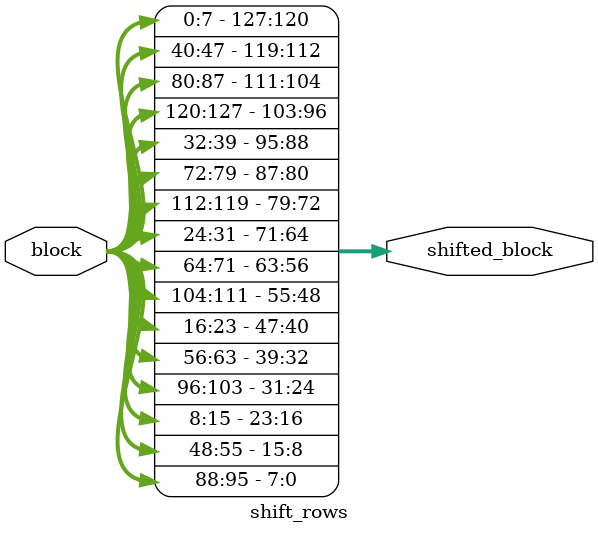
<source format=sv>
module shift_rows(
    input [0:127]block,
    output logic [0:127]shifted_block
);
    

    assign shifted_block[0:31] = {block[0 +: 8], block[40 +: 8], block[80 +: 8], block[120 +: 8]};
    assign shifted_block[32:63] = {block[32 +: 8], block[72 +: 8], block[112 +: 8], block[24 +: 8]};
    assign shifted_block[64:95] = {block[64 +: 8], block[104 +: 8], block[16 +: 8], block[56 +: 8]};
    assign shifted_block[96:127] = {block[96 +: 8], block[8 +: 8], block[48 +: 8], block[88 +: 8]};


endmodule
</source>
